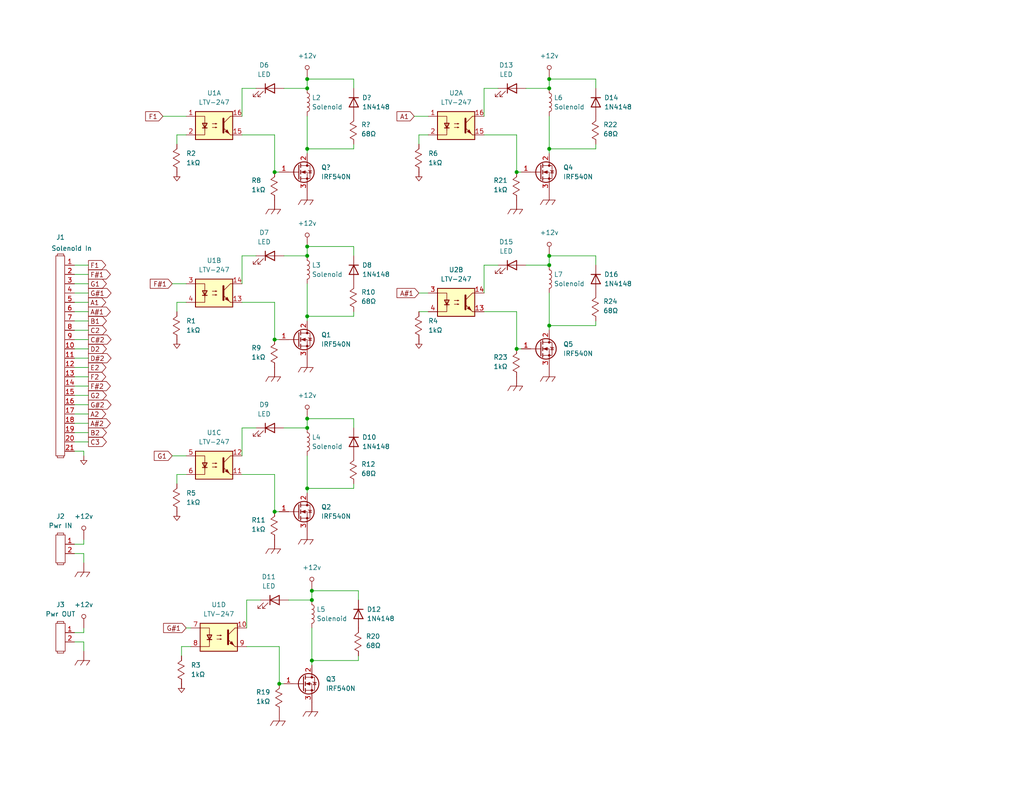
<source format=kicad_sch>
(kicad_sch (version 20250114) (generator "eeschema") (generator_version "9.0")
  (paper "A")
  (title_block (title "Fretting Solenoid Breakout") (date "2025-03-10") (rev "A"))
  (junction (at 85.09 180.34))
  (junction (at 83.82 69.85))
  (junction (at 83.82 67.31))
  (junction (at 149.86 40.64))
  (junction (at 149.86 72.39))
  (junction (at 83.82 21.59))
  (junction (at 149.86 21.59))
  (junction (at 83.82 86.36))
  (junction (at 83.82 40.64))
  (junction (at 74.93 92.71))
  (junction (at 140.97 46.99))
  (junction (at 85.09 163.83))
  (junction (at 149.86 88.9))
  (junction (at 83.82 24.13))
  (junction (at 149.86 24.13))
  (junction (at 76.2 186.69))
  (junction (at 85.09 161.29))
  (junction (at 83.82 114.3))
  (junction (at 74.93 139.7))
  (junction (at 83.82 133.35))
  (junction (at 140.97 95.25))
  (junction (at 74.93 46.99))
  (junction (at 149.86 69.85))
  (junction (at 83.82 116.84))
  (wire (pts (xy 377.19 101.6) (xy 374.65 101.6)))
  (wire (pts (xy 438.15 101.6) (xy 438.15 104.14)))
  (wire (pts (xy 140.97 95.25) (xy 142.24 95.25)))
  (wire (pts (xy 20.32 123.19) (xy 22.86 123.19)))
  (wire (pts (xy 320.04 194.31) (xy 320.04 196.85)))
  (wire (pts (xy 20.32 110.49) (xy 24.13 110.49)))
  (wire (pts (xy 20.32 115.57) (xy 24.13 115.57)))
  (wire (pts (xy 83.82 21.59) (xy 96.52 21.59)))
  (wire (pts (xy 44.45 31.75) (xy 50.8 31.75)))
  (wire (pts (xy 162.56 88.9) (xy 162.56 87.63)))
  (wire (pts (xy 149.86 90.17) (xy 149.86 88.9)))
  (wire (pts (xy 85.09 180.34) (xy 85.09 171.45)))
  (wire (pts (xy 20.32 97.79) (xy 24.13 97.79)))
  (wire (pts (xy 77.47 24.13) (xy 83.82 24.13)))
  (wire (pts (xy 83.82 114.3) (xy 83.82 116.84)))
  (wire (pts (xy 83.82 114.3) (xy 96.52 114.3)))
  (wire (pts (xy 48.26 36.83) (xy 48.26 39.37)))
  (wire (pts (xy 332.74 33.02) (xy 335.28 33.02)))
  (wire (pts (xy 96.52 116.84) (xy 96.52 114.3)))
  (wire (pts (xy 441.96 135.89) (xy 439.42 135.89)))
  (wire (pts (xy 322.58 130.81) (xy 320.04 130.81)))
  (wire (pts (xy 78.74 163.83) (xy 85.09 163.83)))
  (wire (pts (xy 321.31 64.77) (xy 323.85 64.77)))
  (wire (pts (xy 46.99 77.47) (xy 50.8 77.47)))
  (wire (pts (xy 132.08 72.39) (xy 132.08 80.01)))
  (wire (pts (xy 132.08 24.13) (xy 132.08 31.75)))
  (wire (pts (xy 162.56 24.13) (xy 162.56 21.59)))
  (wire (pts (xy 85.09 161.29) (xy 97.79 161.29)))
  (wire (pts (xy 67.31 163.83) (xy 67.31 171.45)))
  (wire (pts (xy 323.85 69.85) (xy 321.31 69.85)))
  (wire (pts (xy 96.52 69.85) (xy 96.52 67.31)))
  (wire (pts (xy 85.09 180.34) (xy 97.79 180.34)))
  (wire (pts (xy 50.8 36.83) (xy 48.26 36.83)))
  (wire (pts (xy 114.3 80.01) (xy 116.84 80.01)))
  (wire (pts (xy 140.97 46.99) (xy 142.24 46.99)))
  (wire (pts (xy 317.5 158.75) (xy 322.58 158.75)))
  (wire (pts (xy 20.32 92.71) (xy 24.13 92.71)))
  (wire (pts (xy 114.3 36.83) (xy 114.3 39.37)))
  (wire (pts (xy 83.82 67.31) (xy 96.52 67.31)))
  (wire (pts (xy 143.51 72.39) (xy 149.86 72.39)))
  (wire (pts (xy 374.65 134.62) (xy 374.65 137.16)))
  (wire (pts (xy 69.85 116.84) (xy 66.04 116.84)))
  (wire (pts (xy 66.04 129.54) (xy 74.93 129.54)))
  (wire (pts (xy 20.32 87.63) (xy 24.13 87.63)))
  (wire (pts (xy 96.52 40.64) (xy 96.52 39.37)))
  (wire (pts (xy 52.07 176.53) (xy 49.53 176.53)))
  (wire (pts (xy 440.69 101.6) (xy 438.15 101.6)))
  (wire (pts (xy 20.32 82.55) (xy 24.13 82.55)))
  (wire (pts (xy 22.86 175.26) (xy 22.86 177.8)))
  (wire (pts (xy 149.86 21.59) (xy 162.56 21.59)))
  (wire (pts (xy 20.32 100.33) (xy 24.13 100.33)))
  (wire (pts (xy 149.86 40.64) (xy 149.86 31.75)))
  (wire (pts (xy 149.86 69.85) (xy 149.86 72.39)))
  (wire (pts (xy 20.32 105.41) (xy 24.13 105.41)))
  (wire (pts (xy 321.31 189.23) (xy 322.58 189.23)))
  (wire (pts (xy 74.93 36.83) (xy 74.93 46.99)))
  (wire (pts (xy 96.52 86.36) (xy 96.52 85.09)))
  (wire (pts (xy 323.85 100.33) (xy 321.31 100.33)))
  (wire (pts (xy 96.52 133.35) (xy 96.52 132.08)))
  (wire (pts (xy 438.15 34.29) (xy 440.69 34.29)))
  (wire (pts (xy 20.32 120.65) (xy 24.13 120.65)))
  (wire (pts (xy 74.93 82.55) (xy 74.93 92.71)))
  (wire (pts (xy 74.93 139.7) (xy 76.2 139.7)))
  (wire (pts (xy 77.47 69.85) (xy 83.82 69.85)))
  (wire (pts (xy 96.52 24.13) (xy 96.52 21.59)))
  (wire (pts (xy 440.69 39.37) (xy 438.15 39.37)))
  (wire (pts (xy 335.28 38.1) (xy 332.74 38.1)))
  (wire (pts (xy 83.82 86.36) (xy 96.52 86.36)))
  (wire (pts (xy 74.93 92.71) (xy 76.2 92.71)))
  (wire (pts (xy 48.26 129.54) (xy 48.26 132.08)))
  (wire (pts (xy 114.3 85.09) (xy 116.84 85.09)))
  (wire (pts (xy 321.31 100.33) (xy 321.31 102.87)))
  (wire (pts (xy 50.8 129.54) (xy 48.26 129.54)))
  (wire (pts (xy 66.04 82.55) (xy 74.93 82.55)))
  (wire (pts (xy 322.58 194.31) (xy 320.04 194.31)))
  (wire (pts (xy 85.09 161.29) (xy 85.09 163.83)))
  (wire (pts (xy 322.58 163.83) (xy 320.04 163.83)))
  (wire (pts (xy 149.86 88.9) (xy 149.86 80.01)))
  (wire (pts (xy 20.32 77.47) (xy 24.13 77.47)))
  (wire (pts (xy 375.92 129.54) (xy 377.19 129.54)))
  (wire (pts (xy 113.03 31.75) (xy 116.84 31.75)))
  (wire (pts (xy 438.15 71.12) (xy 438.15 73.66)))
  (wire (pts (xy 374.65 34.29) (xy 377.19 34.29)))
  (wire (pts (xy 377.19 71.12) (xy 374.65 71.12)))
  (wire (pts (xy 50.8 171.45) (xy 52.07 171.45)))
  (wire (pts (xy 135.89 72.39) (xy 132.08 72.39)))
  (wire (pts (xy 374.65 71.12) (xy 374.65 73.66)))
  (wire (pts (xy 321.31 69.85) (xy 321.31 72.39)))
  (wire (pts (xy 66.04 69.85) (xy 66.04 77.47)))
  (wire (pts (xy 69.85 24.13) (xy 66.04 24.13)))
  (wire (pts (xy 66.04 24.13) (xy 66.04 31.75)))
  (wire (pts (xy 85.09 181.61) (xy 85.09 180.34)))
  (wire (pts (xy 83.82 87.63) (xy 83.82 86.36)))
  (wire (pts (xy 20.32 113.03) (xy 24.13 113.03)))
  (wire (pts (xy 143.51 24.13) (xy 149.86 24.13)))
  (wire (pts (xy 20.32 85.09) (xy 24.13 85.09)))
  (wire (pts (xy 438.15 130.81) (xy 441.96 130.81)))
  (wire (pts (xy 22.86 123.19) (xy 22.86 124.46)))
  (wire (pts (xy 135.89 24.13) (xy 132.08 24.13)))
  (wire (pts (xy 149.86 41.91) (xy 149.86 40.64)))
  (wire (pts (xy 83.82 133.35) (xy 83.82 124.46)))
  (wire (pts (xy 20.32 74.93) (xy 24.13 74.93)))
  (wire (pts (xy 322.58 95.25) (xy 323.85 95.25)))
  (wire (pts (xy 83.82 41.91) (xy 83.82 40.64)))
  (wire (pts (xy 377.19 134.62) (xy 374.65 134.62)))
  (wire (pts (xy 20.32 175.26) (xy 22.86 175.26)))
  (wire (pts (xy 66.04 36.83) (xy 74.93 36.83)))
  (wire (pts (xy 374.65 101.6) (xy 374.65 104.14)))
  (wire (pts (xy 149.86 88.9) (xy 162.56 88.9)))
  (wire (pts (xy 46.99 124.46) (xy 50.8 124.46)))
  (wire (pts (xy 320.04 130.81) (xy 320.04 133.35)))
  (wire (pts (xy 83.82 134.62) (xy 83.82 133.35)))
  (wire (pts (xy 20.32 72.39) (xy 24.13 72.39)))
  (wire (pts (xy 69.85 69.85) (xy 66.04 69.85)))
  (wire (pts (xy 132.08 85.09) (xy 140.97 85.09)))
  (wire (pts (xy 149.86 69.85) (xy 162.56 69.85)))
  (wire (pts (xy 76.2 186.69) (xy 77.47 186.69)))
  (wire (pts (xy 77.47 116.84) (xy 83.82 116.84)))
  (wire (pts (xy 67.31 176.53) (xy 76.2 176.53)))
  (wire (pts (xy 20.32 118.11) (xy 24.13 118.11)))
  (wire (pts (xy 149.86 40.64) (xy 162.56 40.64)))
  (wire (pts (xy 48.26 82.55) (xy 48.26 85.09)))
  (wire (pts (xy 22.86 151.13) (xy 22.86 153.67)))
  (wire (pts (xy 83.82 40.64) (xy 83.82 31.75)))
  (wire (pts (xy 20.32 151.13) (xy 22.86 151.13)))
  (wire (pts (xy 20.32 102.87) (xy 24.13 102.87)))
  (wire (pts (xy 22.86 148.59) (xy 22.86 147.32)))
  (wire (pts (xy 320.04 163.83) (xy 320.04 166.37)))
  (wire (pts (xy 74.93 129.54) (xy 74.93 139.7)))
  (wire (pts (xy 83.82 133.35) (xy 96.52 133.35)))
  (wire (pts (xy 71.12 163.83) (xy 67.31 163.83)))
  (wire (pts (xy 20.32 80.01) (xy 24.13 80.01)))
  (wire (pts (xy 132.08 36.83) (xy 140.97 36.83)))
  (wire (pts (xy 439.42 66.04) (xy 440.69 66.04)))
  (wire (pts (xy 162.56 72.39) (xy 162.56 69.85)))
  (wire (pts (xy 83.82 86.36) (xy 83.82 77.47)))
  (wire (pts (xy 83.82 21.59) (xy 83.82 24.13)))
  (wire (pts (xy 140.97 36.83) (xy 140.97 46.99)))
  (wire (pts (xy 438.15 96.52) (xy 440.69 96.52)))
  (wire (pts (xy 20.32 148.59) (xy 22.86 148.59)))
  (wire (pts (xy 374.65 39.37) (xy 374.65 41.91)))
  (wire (pts (xy 149.86 21.59) (xy 149.86 24.13)))
  (wire (pts (xy 20.32 107.95) (xy 24.13 107.95)))
  (wire (pts (xy 439.42 135.89) (xy 439.42 138.43)))
  (wire (pts (xy 22.86 172.72) (xy 22.86 171.45)))
  (wire (pts (xy 116.84 36.83) (xy 114.3 36.83)))
  (wire (pts (xy 20.32 95.25) (xy 24.13 95.25)))
  (wire (pts (xy 66.04 116.84) (xy 66.04 124.46)))
  (wire (pts (xy 438.15 39.37) (xy 438.15 41.91)))
  (wire (pts (xy 140.97 85.09) (xy 140.97 95.25)))
  (wire (pts (xy 20.32 172.72) (xy 22.86 172.72)))
  (wire (pts (xy 49.53 176.53) (xy 49.53 179.07)))
  (wire (pts (xy 375.92 66.04) (xy 377.19 66.04)))
  (wire (pts (xy 97.79 163.83) (xy 97.79 161.29)))
  (wire (pts (xy 377.19 39.37) (xy 374.65 39.37)))
  (wire (pts (xy 50.8 82.55) (xy 48.26 82.55)))
  (wire (pts (xy 20.32 90.17) (xy 24.13 90.17)))
  (wire (pts (xy 97.79 180.34) (xy 97.79 179.07)))
  (wire (pts (xy 374.65 96.52) (xy 377.19 96.52)))
  (wire (pts (xy 76.2 176.53) (xy 76.2 186.69)))
  (wire (pts (xy 321.31 125.73) (xy 322.58 125.73)))
  (wire (pts (xy 83.82 40.64) (xy 96.52 40.64)))
  (wire (pts (xy 83.82 67.31) (xy 83.82 69.85)))
  (wire (pts (xy 74.93 46.99) (xy 76.2 46.99)))
  (wire (pts (xy 332.74 38.1) (xy 332.74 40.64)))
  (wire (pts (xy 440.69 71.12) (xy 438.15 71.12)))
  (wire (pts (xy 162.56 40.64) (xy 162.56 39.37)))
  (global_label "A#1" (shape output) (at 24.13 85.09 0) (property "Intersheetrefs" "${INTERSHEET_REFS}" (effects (hide yes))))
  (global_label "C3" (shape input) (at 438.15 130.81 180) (property "Intersheetrefs" "${INTERSHEET_REFS}" (effects (hide yes))))
  (global_label "D2" (shape output) (at 24.13 95.25 0) (property "Intersheetrefs" "${INTERSHEET_REFS}" (effects (hide yes))))
  (global_label "G#2" (shape input) (at 375.92 129.54 180) (property "Intersheetrefs" "${INTERSHEET_REFS}" (effects (hide yes))))
  (global_label "B1" (shape input) (at 332.74 33.02 180) (property "Intersheetrefs" "${INTERSHEET_REFS}" (effects (hide yes))))
  (global_label "G1" (shape output) (at 24.13 77.47 0) (property "Intersheetrefs" "${INTERSHEET_REFS}" (effects (hide yes))))
  (global_label "C#2" (shape input) (at 322.58 95.25 180) (property "Intersheetrefs" "${INTERSHEET_REFS}" (effects (hide yes))))
  (global_label "F#1" (shape output) (at 24.13 74.93 0) (property "Intersheetrefs" "${INTERSHEET_REFS}" (effects (hide yes))))
  (global_label "A2" (shape output) (at 24.13 113.03 0) (property "Intersheetrefs" "${INTERSHEET_REFS}" (effects (hide yes))))
  (global_label "F2" (shape output) (at 24.13 102.87 0) (property "Intersheetrefs" "${INTERSHEET_REFS}" (effects (hide yes))))
  (global_label "G#2" (shape output) (at 24.13 110.49 0) (property "Intersheetrefs" "${INTERSHEET_REFS}" (effects (hide yes))))
  (global_label "F2" (shape input) (at 374.65 34.29 180) (property "Intersheetrefs" "${INTERSHEET_REFS}" (effects (hide yes))))
  (global_label "C#2" (shape output) (at 24.13 92.71 0) (property "Intersheetrefs" "${INTERSHEET_REFS}" (effects (hide yes))))
  (global_label "B2" (shape input) (at 438.15 96.52 180) (property "Intersheetrefs" "${INTERSHEET_REFS}" (effects (hide yes))))
  (global_label "C2" (shape output) (at 24.13 90.17 0) (property "Intersheetrefs" "${INTERSHEET_REFS}" (effects (hide yes))))
  (global_label "G2" (shape input) (at 374.65 96.52 180) (property "Intersheetrefs" "${INTERSHEET_REFS}" (effects (hide yes))))
  (global_label "F#1" (shape input) (at 46.99 77.47 180) (property "Intersheetrefs" "${INTERSHEET_REFS}" (effects (hide yes))))
  (global_label "D#2" (shape input) (at 317.5 158.75 180) (property "Intersheetrefs" "${INTERSHEET_REFS}" (effects (hide yes))))
  (global_label "G#1" (shape output) (at 24.13 80.01 0) (property "Intersheetrefs" "${INTERSHEET_REFS}" (effects (hide yes))))
  (global_label "A1" (shape output) (at 24.13 82.55 0) (property "Intersheetrefs" "${INTERSHEET_REFS}" (effects (hide yes))))
  (global_label "A1" (shape input) (at 113.03 31.75 180) (property "Intersheetrefs" "${INTERSHEET_REFS}" (effects (hide yes))))
  (global_label "E2" (shape input) (at 321.31 189.23 180) (property "Intersheetrefs" "${INTERSHEET_REFS}" (effects (hide yes))))
  (global_label "G2" (shape output) (at 24.13 107.95 0) (property "Intersheetrefs" "${INTERSHEET_REFS}" (effects (hide yes))))
  (global_label "F#2" (shape input) (at 375.92 66.04 180) (property "Intersheetrefs" "${INTERSHEET_REFS}" (effects (hide yes))))
  (global_label "A#2" (shape input) (at 439.42 66.04 180) (property "Intersheetrefs" "${INTERSHEET_REFS}" (effects (hide yes))))
  (global_label "E2" (shape output) (at 24.13 100.33 0) (property "Intersheetrefs" "${INTERSHEET_REFS}" (effects (hide yes))))
  (global_label "F1" (shape input) (at 44.45 31.75 180) (property "Intersheetrefs" "${INTERSHEET_REFS}" (effects (hide yes))))
  (global_label "C2" (shape input) (at 321.31 64.77 180) (property "Intersheetrefs" "${INTERSHEET_REFS}" (effects (hide yes))))
  (global_label "B2" (shape output) (at 24.13 118.11 0) (property "Intersheetrefs" "${INTERSHEET_REFS}" (effects (hide yes))))
  (global_label "A2" (shape input) (at 438.15 34.29 180) (property "Intersheetrefs" "${INTERSHEET_REFS}" (effects (hide yes))))
  (global_label "A#2" (shape output) (at 24.13 115.57 0) (property "Intersheetrefs" "${INTERSHEET_REFS}" (effects (hide yes))))
  (global_label "F#2" (shape output) (at 24.13 105.41 0) (property "Intersheetrefs" "${INTERSHEET_REFS}" (effects (hide yes))))
  (global_label "C3" (shape output) (at 24.13 120.65 0) (property "Intersheetrefs" "${INTERSHEET_REFS}" (effects (hide yes))))
  (global_label "F1" (shape output) (at 24.13 72.39 0) (property "Intersheetrefs" "${INTERSHEET_REFS}" (effects (hide yes))))
  (global_label "B1" (shape output) (at 24.13 87.63 0) (property "Intersheetrefs" "${INTERSHEET_REFS}" (effects (hide yes))))
  (global_label "D#2" (shape output) (at 24.13 97.79 0) (property "Intersheetrefs" "${INTERSHEET_REFS}" (effects (hide yes))))
  (global_label "G#1" (shape input) (at 50.8 171.45 180) (property "Intersheetrefs" "${INTERSHEET_REFS}" (effects (hide yes))))
  (global_label "A#1" (shape input) (at 114.3 80.01 180) (property "Intersheetrefs" "${INTERSHEET_REFS}" (effects (hide yes))))
  (global_label "G1" (shape input) (at 46.99 124.46 180) (property "Intersheetrefs" "${INTERSHEET_REFS}" (effects (hide yes))))
  (global_label "D2" (shape input) (at 321.31 125.73 180) (property "Intersheetrefs" "${INTERSHEET_REFS}" (effects (hide yes))))
  (symbol (lib_id "Custom Power:GND") (at 48.26 46.99 0) (unit 1) (in_bom no) (on_board no)
    (property "Reference" "#PWR04" (effects (hide yes)))
    (property "Value" "GND" (effects (hide yes)))
  )
  (symbol (lib_id "Isolator:LTV-247") (at 384.81 132.08 0) (unit 4)
    (property "Reference" "U4" (at 384.81 123.19 0))
    (property "Value" "LTV-247" (at 384.81 125.73 0))
    (property "Footprint" "Package_SO:SOP-16_4.4x10.4mm_P1.27mm" (effects (hide yes)))
    (property "Datasheet" "http://optoelectronics.liteon.com/upload/download/DS70-2009-0014/LTV-2X7%20sereis%20Mar17.PDF" (effects (hide yes)))
    (property "Description" "DC Quad Optocoupler, Vce 80V, CTR 100-600%, SOP-16" (effects (hide yes)))
  )
  (symbol (lib_id "Custom Power:GND") (at 374.65 49.53 0) (unit 1) (in_bom no) (on_board no)
    (property "Reference" "#PWR038" (effects (hide yes)))
    (property "Value" "GND" (effects (hide yes)))
  )
  (symbol (lib_id "Isolator:LTV-247") (at 124.46 82.55 0) (unit 2)
    (property "Reference" "U2" (at 124.46 73.66 0))
    (property "Value" "LTV-247" (at 124.46 76.2 0))
    (property "Footprint" "Package_SO:SOP-16_4.4x10.4mm_P1.27mm" (effects (hide yes)))
    (property "Datasheet" "http://optoelectronics.liteon.com/upload/download/DS70-2009-0014/LTV-2X7%20sereis%20Mar17.PDF" (effects (hide yes)))
    (property "Description" "DC Quad Optocoupler, Vce 80V, CTR 100-600%, SOP-16" (effects (hide yes)))
  )
  (symbol (lib_id "Custom Power:GND") (at 438.15 111.76 0) (unit 1) (in_bom no) (on_board no)
    (property "Reference" "#PWR052" (effects (hide yes)))
    (property "Value" "GND" (effects (hide yes)))
  )
  (symbol (lib_id "Custom Power:Chassis_GND") (at 76.2 194.31 0) (unit 1) (in_bom no) (on_board no)
    (property "Reference" "#PWR070" (effects (hide yes)))
    (property "Value" "Chassis_GND" (effects (hide yes)))
  )
  (symbol (lib_id "Owen's Symbols:Resistor_Mod") (at 438.15 45.72 90) (unit 1)
    (property "Reference" "R33" (at 440.69 44.4499 90) (effects (justify right)))
    (property "Value" "1kΩ" (at 440.69 46.9899 90) (effects (justify right)))
    (property "Footprint" "Resistor_SMD:R_0805_2012Metric_Pad1.20x1.40mm_HandSolder" (effects (hide yes)))
  )
  (symbol (lib_id "Device:LED") (at 73.66 116.84 0) (unit 1)
    (property "Reference" "D9" (at 72.0725 110.49 0))
    (property "Value" "LED" (at 72.0725 113.03 0))
    (property "Footprint" "LED_SMD:LED_0805_2012Metric_Pad1.15x1.40mm_HandSolder" (effects (hide yes)))
    (property "Description" "Light emitting diode" (effects (hide yes)))
  )
  (symbol (lib_id "Diode:1N4148") (at 97.79 167.64 270) (unit 1)
    (property "Reference" "D12" (at 100.076 166.37 90) (effects (justify left)))
    (property "Value" "1N4148" (at 100.076 168.91 90) (effects (justify left)))
    (property "Footprint" "Diode_THT:D_DO-35_SOD27_P7.62mm_Horizontal" (effects (hide yes)))
    (property "Datasheet" "https://assets.nexperia.com/documents/data-sheet/1N4148_1N4448.pdf" (effects (hide yes)))
    (property "Description" "100V 0.15A standard switching diode, DO-35" (effects (hide yes)))
    (property "Sim.Device" "D" (effects (hide yes)))
    (property "Sim.Pins" "1=K 2=A" (effects (hide yes)))
  )
  (symbol (lib_id "Custom Power:GND") (at 374.65 81.28 0) (unit 1) (in_bom no) (on_board no)
    (property "Reference" "#PWR039" (effects (hide yes)))
    (property "Value" "GND" (effects (hide yes)))
  )
  (symbol (lib_id "Isolator:LTV-247") (at 384.81 99.06 0) (unit 3)
    (property "Reference" "U4" (at 384.81 90.17 0))
    (property "Value" "LTV-247" (at 384.81 92.71 0))
    (property "Footprint" "Package_SO:SOP-16_4.4x10.4mm_P1.27mm" (effects (hide yes)))
    (property "Datasheet" "http://optoelectronics.liteon.com/upload/download/DS70-2009-0014/LTV-2X7%20sereis%20Mar17.PDF" (effects (hide yes)))
    (property "Description" "DC Quad Optocoupler, Vce 80V, CTR 100-600%, SOP-16" (effects (hide yes)))
  )
  (symbol (lib_id "Transistor_FET:IRF540N") (at 81.28 46.99 0) (unit 1)
    (property "Reference" "Q?" (at 87.63 45.7199 0) (effects (justify left)))
    (property "Value" "IRF540N" (at 87.63 48.2599 0) (effects (justify left)))
    (property "Footprint" "Package_TO_SOT_THT:TO-220-3_Vertical" (effects (hide yes)))
    (property "Datasheet" "http://www.irf.com/product-info/datasheets/data/irf540n.pdf" (effects (hide yes)))
    (property "Description" "33A Id, 100V Vds, HEXFET N-Channel MOSFET, TO-220" (effects (hide yes)))
  )
  (symbol (lib_id "Isolator:LTV-247") (at 124.46 34.29 0) (unit 1)
    (property "Reference" "U2" (at 124.46 25.4 0))
    (property "Value" "LTV-247" (at 124.46 27.94 0))
    (property "Footprint" "Package_SO:SOP-16_4.4x10.4mm_P1.27mm" (effects (hide yes)))
    (property "Datasheet" "http://optoelectronics.liteon.com/upload/download/DS70-2009-0014/LTV-2X7%20sereis%20Mar17.PDF" (effects (hide yes)))
    (property "Description" "DC Quad Optocoupler, Vce 80V, CTR 100-600%, SOP-16" (effects (hide yes)))
  )
  (symbol (lib_id "Isolator:LTV-247") (at 448.31 68.58 0) (unit 2)
    (property "Reference" "U5" (at 448.31 59.69 0))
    (property "Value" "LTV-247" (at 448.31 62.23 0))
    (property "Footprint" "Package_SO:SOP-16_4.4x10.4mm_P1.27mm" (effects (hide yes)))
    (property "Datasheet" "http://optoelectronics.liteon.com/upload/download/DS70-2009-0014/LTV-2X7%20sereis%20Mar17.PDF" (effects (hide yes)))
    (property "Description" "DC Quad Optocoupler, Vce 80V, CTR 100-600%, SOP-16" (effects (hide yes)))
  )
  (symbol (lib_id "Transistor_FET:IRF540N") (at 147.32 46.99 0) (unit 1)
    (property "Reference" "Q4" (at 153.67 45.7199 0) (effects (justify left)))
    (property "Value" "IRF540N" (at 153.67 48.2599 0) (effects (justify left)))
    (property "Footprint" "Package_TO_SOT_THT:TO-220-3_Vertical" (effects (hide yes)))
    (property "Datasheet" "http://www.irf.com/product-info/datasheets/data/irf540n.pdf" (effects (hide yes)))
    (property "Description" "33A Id, 100V Vds, HEXFET N-Channel MOSFET, TO-220" (effects (hide yes)))
  )
  (symbol (lib_id "Owen's Symbols:Resistor_Mod") (at 438.15 107.95 90) (unit 1)
    (property "Reference" "R35" (at 440.69 106.6799 90) (effects (justify right)))
    (property "Value" "1kΩ" (at 440.69 109.2199 90) (effects (justify right)))
    (property "Footprint" "Resistor_SMD:R_0805_2012Metric_Pad1.20x1.40mm_HandSolder" (effects (hide yes)))
  )
  (symbol (lib_id "Isolator:LTV-247") (at 58.42 34.29 0) (unit 1)
    (property "Reference" "U1" (at 58.42 25.4 0))
    (property "Value" "LTV-247" (at 58.42 27.94 0))
    (property "Footprint" "Package_SO:SOP-16_4.4x10.4mm_P1.27mm" (effects (hide yes)))
    (property "Datasheet" "http://optoelectronics.liteon.com/upload/download/DS70-2009-0014/LTV-2X7%20sereis%20Mar17.PDF" (effects (hide yes)))
    (property "Description" "DC Quad Optocoupler, Vce 80V, CTR 100-600%, SOP-16" (effects (hide yes)))
  )
  (symbol (lib_id "Isolator:LTV-247") (at 330.2 161.29 0) (unit 3)
    (property "Reference" "U3" (at 330.2 152.4 0))
    (property "Value" "LTV-247" (at 330.2 154.94 0))
    (property "Footprint" "Package_SO:SOP-16_4.4x10.4mm_P1.27mm" (effects (hide yes)))
    (property "Datasheet" "http://optoelectronics.liteon.com/upload/download/DS70-2009-0014/LTV-2X7%20sereis%20Mar17.PDF" (effects (hide yes)))
    (property "Description" "DC Quad Optocoupler, Vce 80V, CTR 100-600%, SOP-16" (effects (hide yes)))
  )
  (symbol (lib_id "Isolator:LTV-247") (at 59.69 173.99 0) (unit 4)
    (property "Reference" "U1" (at 59.69 165.1 0))
    (property "Value" "LTV-247" (at 59.69 167.64 0))
    (property "Footprint" "Package_SO:SOP-16_4.4x10.4mm_P1.27mm" (effects (hide yes)))
    (property "Datasheet" "http://optoelectronics.liteon.com/upload/download/DS70-2009-0014/LTV-2X7%20sereis%20Mar17.PDF" (effects (hide yes)))
    (property "Description" "DC Quad Optocoupler, Vce 80V, CTR 100-600%, SOP-16" (effects (hide yes)))
  )
  (symbol (lib_id "Custom Power:GND") (at 438.15 81.28 0) (unit 1) (in_bom no) (on_board no)
    (property "Reference" "#PWR051" (effects (hide yes)))
    (property "Value" "GND" (effects (hide yes)))
  )
  (symbol (lib_id "Custom Power:Chassis_GND") (at 149.86 100.33 0) (unit 1) (in_bom no) (on_board no)
    (property "Reference" "#PWR027" (effects (hide yes)))
    (property "Value" "Chassis_GND" (effects (hide yes)))
  )
  (symbol (lib_id "Device:L") (at 149.86 76.2 0) (unit 1)
    (property "Reference" "L7" (at 151.13 74.9299 0) (effects (justify left)))
    (property "Value" "Solenoid" (at 151.13 77.4699 0) (effects (justify left)))
    (property "Footprint" "Connector_PinHeader_2.54mm:PinHeader_1x02_P2.54mm_Vertical" (effects (hide yes)))
    (property "Description" "Inductor" (effects (hide yes)))
  )
  (symbol (lib_id "OF symbols:Resistor_Mod") (at 162.56 35.56 90) (unit 1)
    (property "Reference" "R22" (at 164.592 34.036 90) (effects (justify right)))
    (property "Value" "68Ω" (at 164.592 36.576 90) (effects (justify right)))
  )
  (symbol (lib_id "Custom Power:GND") (at 439.42 146.05 0) (unit 1) (in_bom no) (on_board no)
    (property "Reference" "#PWR053" (effects (hide yes)))
    (property "Value" "GND" (effects (hide yes)))
  )
  (symbol (lib_id "Isolator:LTV-247") (at 384.81 36.83 0) (unit 1)
    (property "Reference" "U4" (at 384.81 27.94 0))
    (property "Value" "LTV-247" (at 384.81 30.48 0))
    (property "Footprint" "Package_SO:SOP-16_4.4x10.4mm_P1.27mm" (effects (hide yes)))
    (property "Datasheet" "http://optoelectronics.liteon.com/upload/download/DS70-2009-0014/LTV-2X7%20sereis%20Mar17.PDF" (effects (hide yes)))
    (property "Description" "DC Quad Optocoupler, Vce 80V, CTR 100-600%, SOP-16" (effects (hide yes)))
  )
  (symbol (lib_id "Custom Power:+12v") (at 83.82 113.03 0) (unit 1) (in_bom no) (on_board no)
    (property "Reference" "#PWR014" (effects (hide yes)))
    (property "Value" "+12v" (at 83.82 107.95 0))
  )
  (symbol (lib_id "Custom Power:GND") (at 320.04 173.99 0) (unit 1) (in_bom no) (on_board no)
    (property "Reference" "#PWR021" (effects (hide yes)))
    (property "Value" "GND" (effects (hide yes)))
  )
  (symbol (lib_id "Custom Power:Chassis_GND") (at 22.86 177.8 0) (unit 1) (in_bom no) (on_board no)
    (property "Reference" "#PWR065" (effects (hide yes)))
    (property "Value" "Chassis_GND" (effects (hide yes)))
  )
  (symbol (lib_id "Custom Power:GND") (at 48.26 92.71 0) (unit 1) (in_bom no) (on_board no)
    (property "Reference" "#PWR03" (effects (hide yes)))
    (property "Value" "GND" (effects (hide yes)))
  )
  (symbol (lib_id "Device:LED") (at 74.93 163.83 0) (unit 1)
    (property "Reference" "D11" (at 73.3425 157.48 0))
    (property "Value" "LED" (at 73.3425 160.02 0))
    (property "Footprint" "LED_SMD:LED_0805_2012Metric_Pad1.15x1.40mm_HandSolder" (effects (hide yes)))
    (property "Description" "Light emitting diode" (effects (hide yes)))
  )
  (symbol (lib_id "Owen's Symbols:Header_1x2") (at 20.32 172.72 0) (unit 1)
    (property "Reference" "J3" (at 16.51 165.1 0))
    (property "Value" "Pwr OUT" (at 16.51 167.64 0))
    (property "Footprint" "Connector_PinHeader_2.54mm:PinHeader_1x02_P2.54mm_Vertical" (effects (hide yes)))
  )
  (symbol (lib_id "Owen's Symbols:Resistor_Mod") (at 49.53 182.88 90) (unit 1)
    (property "Reference" "R3" (at 52.07 181.6099 90) (effects (justify right)))
    (property "Value" "1kΩ" (at 52.07 184.1499 90) (effects (justify right)))
    (property "Footprint" "Resistor_SMD:R_0805_2012Metric_Pad1.20x1.40mm_HandSolder" (effects (hide yes)))
  )
  (symbol (lib_id "Custom Power:GND") (at 332.74 48.26 0) (unit 1) (in_bom no) (on_board no)
    (property "Reference" "#PWR023" (effects (hide yes)))
    (property "Value" "GND" (effects (hide yes)))
  )
  (symbol (lib_id "Isolator:LTV-247") (at 331.47 67.31 0) (unit 4)
    (property "Reference" "U2" (at 331.47 58.42 0))
    (property "Value" "LTV-247" (at 331.47 60.96 0))
    (property "Footprint" "Package_SO:SOP-16_4.4x10.4mm_P1.27mm" (effects (hide yes)))
    (property "Datasheet" "http://optoelectronics.liteon.com/upload/download/DS70-2009-0014/LTV-2X7%20sereis%20Mar17.PDF" (effects (hide yes)))
    (property "Description" "DC Quad Optocoupler, Vce 80V, CTR 100-600%, SOP-16" (effects (hide yes)))
  )
  (symbol (lib_id "Diode:1N4148") (at 96.52 120.65 270) (unit 1)
    (property "Reference" "D10" (at 98.806 119.38 90) (effects (justify left)))
    (property "Value" "1N4148" (at 98.806 121.92 90) (effects (justify left)))
    (property "Footprint" "Diode_THT:D_DO-35_SOD27_P7.62mm_Horizontal" (effects (hide yes)))
    (property "Datasheet" "https://assets.nexperia.com/documents/data-sheet/1N4148_1N4448.pdf" (effects (hide yes)))
    (property "Description" "100V 0.15A standard switching diode, DO-35" (effects (hide yes)))
    (property "Sim.Device" "D" (effects (hide yes)))
    (property "Sim.Pins" "1=K 2=A" (effects (hide yes)))
  )
  (symbol (lib_id "Custom Power:GND") (at 321.31 110.49 0) (unit 1) (in_bom no) (on_board no)
    (property "Reference" "#PWR025" (effects (hide yes)))
    (property "Value" "GND" (effects (hide yes)))
  )
  (symbol (lib_id "Transistor_FET:IRF540N") (at 81.28 92.71 0) (unit 1)
    (property "Reference" "Q1" (at 87.63 91.4399 0) (effects (justify left)))
    (property "Value" "IRF540N" (at 87.63 93.9799 0) (effects (justify left)))
    (property "Footprint" "Package_TO_SOT_THT:TO-220-3_Vertical" (effects (hide yes)))
    (property "Datasheet" "http://www.irf.com/product-info/datasheets/data/irf540n.pdf" (effects (hide yes)))
    (property "Description" "33A Id, 100V Vds, HEXFET N-Channel MOSFET, TO-220" (effects (hide yes)))
  )
  (symbol (lib_id "Custom Power:+12v") (at 83.82 20.32 0) (unit 1) (in_bom no) (on_board no)
    (property "Reference" "#PWR010" (effects (hide yes)))
    (property "Value" "+12v" (at 83.82 15.24 0))
  )
  (symbol (lib_id "Custom Symbols:Resistor_Mod") (at 74.93 96.52 90) (unit 1)
    (property "Reference" "R9" (at 68.58 94.996 90) (effects (justify right)))
    (property "Value" "1kΩ" (at 68.58 97.536 90) (effects (justify right)))
    (property "Footprint" "Resistor_SMD:R_0805_2012Metric_Pad1.20x1.40mm_HandSolder" (effects (hide yes)))
  )
  (symbol (lib_id "Diode:1N4148") (at 96.52 73.66 270) (unit 1)
    (property "Reference" "D8" (at 98.806 72.39 90) (effects (justify left)))
    (property "Value" "1N4148" (at 98.806 74.93 90) (effects (justify left)))
    (property "Footprint" "Diode_THT:D_DO-35_SOD27_P7.62mm_Horizontal" (effects (hide yes)))
    (property "Datasheet" "https://assets.nexperia.com/documents/data-sheet/1N4148_1N4448.pdf" (effects (hide yes)))
    (property "Description" "100V 0.15A standard switching diode, DO-35" (effects (hide yes)))
    (property "Sim.Device" "D" (effects (hide yes)))
    (property "Sim.Pins" "1=K 2=A" (effects (hide yes)))
  )
  (symbol (lib_id "Transistor_FET:IRF540N") (at 147.32 95.25 0) (unit 1)
    (property "Reference" "Q5" (at 153.67 93.9799 0) (effects (justify left)))
    (property "Value" "IRF540N" (at 153.67 96.5199 0) (effects (justify left)))
    (property "Footprint" "Package_TO_SOT_THT:TO-220-3_Vertical" (effects (hide yes)))
    (property "Datasheet" "http://www.irf.com/product-info/datasheets/data/irf540n.pdf" (effects (hide yes)))
    (property "Description" "33A Id, 100V Vds, HEXFET N-Channel MOSFET, TO-220" (effects (hide yes)))
  )
  (symbol (lib_id "Isolator:LTV-247") (at 448.31 36.83 0) (unit 1)
    (property "Reference" "U5" (at 448.31 27.94 0))
    (property "Value" "LTV-247" (at 448.31 30.48 0))
    (property "Footprint" "Package_SO:SOP-16_4.4x10.4mm_P1.27mm" (effects (hide yes)))
    (property "Datasheet" "http://optoelectronics.liteon.com/upload/download/DS70-2009-0014/LTV-2X7%20sereis%20Mar17.PDF" (effects (hide yes)))
    (property "Description" "DC Quad Optocoupler, Vce 80V, CTR 100-600%, SOP-16" (effects (hide yes)))
  )
  (symbol (lib_id "Device:LED") (at 73.66 69.85 0) (unit 1)
    (property "Reference" "D7" (at 72.0725 63.5 0))
    (property "Value" "LED" (at 72.0725 66.04 0))
    (property "Footprint" "LED_SMD:LED_0805_2012Metric_Pad1.15x1.40mm_HandSolder" (effects (hide yes)))
    (property "Description" "Light emitting diode" (effects (hide yes)))
  )
  (symbol (lib_id "Owen's Symbols:Resistor_Mod") (at 320.04 170.18 90) (unit 1)
    (property "Reference" "R14" (at 322.58 168.9099 90) (effects (justify right)))
    (property "Value" "1kΩ" (at 322.58 171.4499 90) (effects (justify right)))
    (property "Footprint" "Resistor_SMD:R_0805_2012Metric_Pad1.20x1.40mm_HandSolder" (effects (hide yes)))
  )
  (symbol (lib_id "Custom Power:Chassis_GND") (at 85.09 191.77 0) (unit 1) (in_bom no) (on_board no)
    (property "Reference" "#PWR017" (effects (hide yes)))
    (property "Value" "Chassis_GND" (effects (hide yes)))
  )
  (symbol (lib_id "Owen's Symbols:Resistor_Mod") (at 320.04 200.66 90) (unit 1)
    (property "Reference" "R15" (at 322.58 199.3899 90) (effects (justify right)))
    (property "Value" "1kΩ" (at 322.58 201.9299 90) (effects (justify right)))
    (property "Footprint" "Resistor_SMD:R_0805_2012Metric_Pad1.20x1.40mm_HandSolder" (effects (hide yes)))
  )
  (symbol (lib_id "Custom Power:GND") (at 114.3 92.71 0) (unit 1) (in_bom no) (on_board no)
    (property "Reference" "#PWR02" (effects (hide yes)))
    (property "Value" "GND" (effects (hide yes)))
  )
  (symbol (lib_id "Custom Power:Chassis_GND") (at 149.86 52.07 0) (unit 1) (in_bom no) (on_board no)
    (property "Reference" "#PWR019" (effects (hide yes)))
    (property "Value" "Chassis_GND" (effects (hide yes)))
  )
  (symbol (lib_id "Custom Power:GND") (at 320.04 140.97 0) (unit 1) (in_bom no) (on_board no)
    (property "Reference" "#PWR020" (effects (hide yes)))
    (property "Value" "GND" (effects (hide yes)))
  )
  (symbol (lib_id "Owen's Symbols:Resistor_Mod") (at 321.31 106.68 90) (unit 1)
    (property "Reference" "R18" (at 323.85 105.4099 90) (effects (justify right)))
    (property "Value" "1kΩ" (at 323.85 107.9499 90) (effects (justify right)))
    (property "Footprint" "Resistor_SMD:R_0805_2012Metric_Pad1.20x1.40mm_HandSolder" (effects (hide yes)))
  )
  (symbol (lib_id "Owen's Symbols:Resistor_Mod") (at 114.3 88.9 90) (unit 1)
    (property "Reference" "R4" (at 116.84 87.6299 90) (effects (justify right)))
    (property "Value" "1kΩ" (at 116.84 90.1699 90) (effects (justify right)))
    (property "Footprint" "Resistor_SMD:R_0805_2012Metric_Pad1.20x1.40mm_HandSolder" (effects (hide yes)))
  )
  (symbol (lib_id "Isolator:LTV-247") (at 330.2 191.77 0) (unit 4)
    (property "Reference" "U3" (at 330.2 182.88 0))
    (property "Value" "LTV-247" (at 330.2 185.42 0))
    (property "Footprint" "Package_SO:SOP-16_4.4x10.4mm_P1.27mm" (effects (hide yes)))
    (property "Datasheet" "http://optoelectronics.liteon.com/upload/download/DS70-2009-0014/LTV-2X7%20sereis%20Mar17.PDF" (effects (hide yes)))
    (property "Description" "DC Quad Optocoupler, Vce 80V, CTR 100-600%, SOP-16" (effects (hide yes)))
  )
  (symbol (lib_id "Custom Power:Chassis_GND") (at 83.82 144.78 0) (unit 1) (in_bom no) (on_board no)
    (property "Reference" "#PWR015" (effects (hide yes)))
    (property "Value" "Chassis_GND" (effects (hide yes)))
  )
  (symbol (lib_id "OF symbols:Resistor_Mod") (at 96.52 128.27 90) (unit 1)
    (property "Reference" "R12" (at 98.552 126.746 90) (effects (justify right)))
    (property "Value" "68Ω" (at 98.552 129.286 90) (effects (justify right)))
  )
  (symbol (lib_id "Device:L") (at 83.82 73.66 0) (unit 1)
    (property "Reference" "L3" (at 85.09 72.3899 0) (effects (justify left)))
    (property "Value" "Solenoid" (at 85.09 74.9299 0) (effects (justify left)))
    (property "Footprint" "Connector_PinHeader_2.54mm:PinHeader_1x02_P2.54mm_Vertical" (effects (hide yes)))
    (property "Description" "Inductor" (effects (hide yes)))
  )
  (symbol (lib_id "Isolator:LTV-247") (at 342.9 35.56 0) (unit 3)
    (property "Reference" "U2" (at 342.9 26.67 0))
    (property "Value" "LTV-247" (at 342.9 29.21 0))
    (property "Footprint" "Package_SO:SOP-16_4.4x10.4mm_P1.27mm" (effects (hide yes)))
    (property "Datasheet" "http://optoelectronics.liteon.com/upload/download/DS70-2009-0014/LTV-2X7%20sereis%20Mar17.PDF" (effects (hide yes)))
    (property "Description" "DC Quad Optocoupler, Vce 80V, CTR 100-600%, SOP-16" (effects (hide yes)))
  )
  (symbol (lib_id "Owen's Symbols:Resistor_Mod") (at 374.65 45.72 90) (unit 1)
    (property "Reference" "R25" (at 377.19 44.4499 90) (effects (justify right)))
    (property "Value" "1kΩ" (at 377.19 46.9899 90) (effects (justify right)))
    (property "Footprint" "Resistor_SMD:R_0805_2012Metric_Pad1.20x1.40mm_HandSolder" (effects (hide yes)))
  )
  (symbol (lib_id "Owen's Symbols:Resistor_Mod") (at 114.3 43.18 90) (unit 1)
    (property "Reference" "R6" (at 116.84 41.9099 90) (effects (justify right)))
    (property "Value" "1kΩ" (at 116.84 44.4499 90) (effects (justify right)))
    (property "Footprint" "Resistor_SMD:R_0805_2012Metric_Pad1.20x1.40mm_HandSolder" (effects (hide yes)))
  )
  (symbol (lib_id "Custom Power:Chassis_GND") (at 83.82 52.07 0) (unit 1) (in_bom no) (on_board no)
    (property "Reference" "#PWR011" (effects (hide yes)))
    (property "Value" "Chassis_GND" (effects (hide yes)))
  )
  (symbol (lib_id "Custom Power:GND") (at 320.04 204.47 0) (unit 1) (in_bom no) (on_board no)
    (property "Reference" "#PWR022" (effects (hide yes)))
    (property "Value" "GND" (effects (hide yes)))
  )
  (symbol (lib_id "Custom Power:+12v") (at 149.86 20.32 0) (unit 1) (in_bom no) (on_board no)
    (property "Reference" "#PWR018" (effects (hide yes)))
    (property "Value" "+12v" (at 149.86 15.24 0))
  )
  (symbol (lib_id "Transistor_FET:IRF540N") (at 82.55 186.69 0) (unit 1)
    (property "Reference" "Q3" (at 88.9 185.4199 0) (effects (justify left)))
    (property "Value" "IRF540N" (at 88.9 187.9599 0) (effects (justify left)))
    (property "Footprint" "Package_TO_SOT_THT:TO-220-3_Vertical" (effects (hide yes)))
    (property "Datasheet" "http://www.irf.com/product-info/datasheets/data/irf540n.pdf" (effects (hide yes)))
    (property "Description" "33A Id, 100V Vds, HEXFET N-Channel MOSFET, TO-220" (effects (hide yes)))
  )
  (symbol (lib_id "Custom Power:Chassis_GND") (at 140.97 54.61 0) (unit 1) (in_bom no) (on_board no)
    (property "Reference" "#PWR071" (effects (hide yes)))
    (property "Value" "Chassis_GND" (effects (hide yes)))
  )
  (symbol (lib_id "Custom Symbols:Resistor_Mod") (at 74.93 143.51 90) (unit 1)
    (property "Reference" "R11" (at 68.58 141.986 90) (effects (justify right)))
    (property "Value" "1kΩ" (at 68.58 144.526 90) (effects (justify right)))
    (property "Footprint" "Resistor_SMD:R_0805_2012Metric_Pad1.20x1.40mm_HandSolder" (effects (hide yes)))
  )
  (symbol (lib_id "Device:LED") (at 139.7 24.13 0) (unit 1)
    (property "Reference" "D13" (at 138.1125 17.78 0))
    (property "Value" "LED" (at 138.1125 20.32 0))
    (property "Footprint" "LED_SMD:LED_0805_2012Metric_Pad1.15x1.40mm_HandSolder" (effects (hide yes)))
    (property "Description" "Light emitting diode" (effects (hide yes)))
  )
  (symbol (lib_id "Isolator:LTV-247") (at 331.47 97.79 0) (unit 1)
    (property "Reference" "U3" (at 331.47 88.9 0))
    (property "Value" "LTV-247" (at 331.47 91.44 0))
    (property "Footprint" "Package_SO:SOP-16_4.4x10.4mm_P1.27mm" (effects (hide yes)))
    (property "Datasheet" "http://optoelectronics.liteon.com/upload/download/DS70-2009-0014/LTV-2X7%20sereis%20Mar17.PDF" (effects (hide yes)))
    (property "Description" "DC Quad Optocoupler, Vce 80V, CTR 100-600%, SOP-16" (effects (hide yes)))
  )
  (symbol (lib_id "OF symbols:Resistor_Mod") (at 162.56 83.82 90) (unit 1)
    (property "Reference" "R24" (at 164.592 82.296 90) (effects (justify right)))
    (property "Value" "68Ω" (at 164.592 84.836 90) (effects (justify right)))
  )
  (symbol (lib_id "Device:L") (at 83.82 120.65 0) (unit 1)
    (property "Reference" "L4" (at 85.09 119.3799 0) (effects (justify left)))
    (property "Value" "Solenoid" (at 85.09 121.9199 0) (effects (justify left)))
    (property "Footprint" "Connector_PinHeader_2.54mm:PinHeader_1x02_P2.54mm_Vertical" (effects (hide yes)))
    (property "Description" "Inductor" (effects (hide yes)))
  )
  (symbol (lib_id "Device:LED") (at 139.7 72.39 0) (unit 1)
    (property "Reference" "D15" (at 138.1125 66.04 0))
    (property "Value" "LED" (at 138.1125 68.58 0))
    (property "Footprint" "LED_SMD:LED_0805_2012Metric_Pad1.15x1.40mm_HandSolder" (effects (hide yes)))
    (property "Description" "Light emitting diode" (effects (hide yes)))
  )
  (symbol (lib_id "Custom Power:+12v") (at 149.86 68.58 0) (unit 1) (in_bom no) (on_board no)
    (property "Reference" "#PWR026" (effects (hide yes)))
    (property "Value" "+12v" (at 149.86 63.5 0))
  )
  (symbol (lib_id "Isolator:LTV-247") (at 58.42 127 0) (unit 3)
    (property "Reference" "U1" (at 58.42 118.11 0))
    (property "Value" "LTV-247" (at 58.42 120.65 0))
    (property "Footprint" "Package_SO:SOP-16_4.4x10.4mm_P1.27mm" (effects (hide yes)))
    (property "Datasheet" "http://optoelectronics.liteon.com/upload/download/DS70-2009-0014/LTV-2X7%20sereis%20Mar17.PDF" (effects (hide yes)))
    (property "Description" "DC Quad Optocoupler, Vce 80V, CTR 100-600%, SOP-16" (effects (hide yes)))
  )
  (symbol (lib_id "Owen's Symbols:Resistor_Mod") (at 439.42 142.24 90) (unit 1)
    (property "Reference" "R36" (at 441.96 140.9699 90) (effects (justify right)))
    (property "Value" "1kΩ" (at 441.96 143.5099 90) (effects (justify right)))
    (property "Footprint" "Resistor_SMD:R_0805_2012Metric_Pad1.20x1.40mm_HandSolder" (effects (hide yes)))
  )
  (symbol (lib_id "Isolator:LTV-247") (at 384.81 68.58 0) (unit 2)
    (property "Reference" "U4" (at 384.81 59.69 0))
    (property "Value" "LTV-247" (at 384.81 62.23 0))
    (property "Footprint" "Package_SO:SOP-16_4.4x10.4mm_P1.27mm" (effects (hide yes)))
    (property "Datasheet" "http://optoelectronics.liteon.com/upload/download/DS70-2009-0014/LTV-2X7%20sereis%20Mar17.PDF" (effects (hide yes)))
    (property "Description" "DC Quad Optocoupler, Vce 80V, CTR 100-600%, SOP-16" (effects (hide yes)))
  )
  (symbol (lib_id "Custom Symbols:Resistor_Mod") (at 140.97 99.06 90) (unit 1)
    (property "Reference" "R23" (at 134.62 97.536 90) (effects (justify right)))
    (property "Value" "1kΩ" (at 134.62 100.076 90) (effects (justify right)))
    (property "Footprint" "Resistor_SMD:R_0805_2012Metric_Pad1.20x1.40mm_HandSolder" (effects (hide yes)))
  )
  (symbol (lib_id "Device:L") (at 149.86 27.94 0) (unit 1)
    (property "Reference" "L6" (at 151.13 26.6699 0) (effects (justify left)))
    (property "Value" "Solenoid" (at 151.13 29.2099 0) (effects (justify left)))
    (property "Footprint" "Connector_PinHeader_2.54mm:PinHeader_1x02_P2.54mm_Vertical" (effects (hide yes)))
    (property "Description" "Inductor" (effects (hide yes)))
  )
  (symbol (lib_id "OF symbols:Resistor_Mod") (at 96.52 35.56 90) (unit 1)
    (property "Reference" "R?" (at 98.552 34.036 90) (effects (justify right)))
    (property "Value" "68Ω" (at 98.552 36.576 90) (effects (justify right)))
  )
  (symbol (lib_id "Custom Power:+12v") (at 83.82 66.04 0) (unit 1) (in_bom no) (on_board no)
    (property "Reference" "#PWR012" (effects (hide yes)))
    (property "Value" "+12v" (at 83.82 60.96 0))
  )
  (symbol (lib_id "Custom Power:GND") (at 374.65 144.78 0) (unit 1) (in_bom no) (on_board no)
    (property "Reference" "#PWR041" (effects (hide yes)))
    (property "Value" "GND" (effects (hide yes)))
  )
  (symbol (lib_id "Device:L") (at 85.09 167.64 0) (unit 1)
    (property "Reference" "L5" (at 86.36 166.3699 0) (effects (justify left)))
    (property "Value" "Solenoid" (at 86.36 168.9099 0) (effects (justify left)))
    (property "Footprint" "Connector_PinHeader_2.54mm:PinHeader_1x02_P2.54mm_Vertical" (effects (hide yes)))
    (property "Description" "Inductor" (effects (hide yes)))
  )
  (symbol (lib_id "OF symbols:Resistor_Mod") (at 97.79 175.26 90) (unit 1)
    (property "Reference" "R20" (at 99.822 173.736 90) (effects (justify right)))
    (property "Value" "68Ω" (at 99.822 176.276 90) (effects (justify right)))
  )
  (symbol (lib_id "Owen's Symbols:Header_1x2") (at 20.32 148.59 0) (unit 1)
    (property "Reference" "J2" (at 16.51 140.97 0))
    (property "Value" "Pwr IN" (at 16.51 143.51 0))
    (property "Footprint" "Connector_PinHeader_2.54mm:PinHeader_1x02_P2.54mm_Vertical" (effects (hide yes)))
  )
  (symbol (lib_id "Custom Power:GND") (at 438.15 49.53 0) (unit 1) (in_bom no) (on_board no)
    (property "Reference" "#PWR050" (effects (hide yes)))
    (property "Value" "GND" (effects (hide yes)))
  )
  (symbol (lib_id "Custom Power:GND") (at 374.65 111.76 0) (unit 1) (in_bom no) (on_board no)
    (property "Reference" "#PWR040" (effects (hide yes)))
    (property "Value" "GND" (effects (hide yes)))
  )
  (symbol (lib_id "OF symbols:Resistor_Mod") (at 96.52 81.28 90) (unit 1)
    (property "Reference" "R10" (at 98.552 79.756 90) (effects (justify right)))
    (property "Value" "68Ω" (at 98.552 82.296 90) (effects (justify right)))
  )
  (symbol (lib_id "Diode:1N4148") (at 162.56 27.94 270) (unit 1)
    (property "Reference" "D14" (at 164.846 26.67 90) (effects (justify left)))
    (property "Value" "1N4148" (at 164.846 29.21 90) (effects (justify left)))
    (property "Footprint" "Diode_THT:D_DO-35_SOD27_P7.62mm_Horizontal" (effects (hide yes)))
    (property "Datasheet" "https://assets.nexperia.com/documents/data-sheet/1N4148_1N4448.pdf" (effects (hide yes)))
    (property "Description" "100V 0.15A standard switching diode, DO-35" (effects (hide yes)))
    (property "Sim.Device" "D" (effects (hide yes)))
    (property "Sim.Pins" "1=K 2=A" (effects (hide yes)))
  )
  (symbol (lib_id "Isolator:LTV-247") (at 330.2 128.27 0) (unit 2)
    (property "Reference" "U3" (at 330.2 119.38 0))
    (property "Value" "LTV-247" (at 330.2 121.92 0))
    (property "Footprint" "Package_SO:SOP-16_4.4x10.4mm_P1.27mm" (effects (hide yes)))
    (property "Datasheet" "http://optoelectronics.liteon.com/upload/download/DS70-2009-0014/LTV-2X7%20sereis%20Mar17.PDF" (effects (hide yes)))
    (property "Description" "DC Quad Optocoupler, Vce 80V, CTR 100-600%, SOP-16" (effects (hide yes)))
  )
  (symbol (lib_id "Custom Power:GND") (at 22.86 124.46 0) (unit 1) (in_bom no) (on_board no)
    (property "Reference" "#PWR01" (effects (hide yes)))
    (property "Value" "GND" (effects (hide yes)))
  )
  (symbol (lib_id "Custom Symbols:Resistor_Mod") (at 74.93 50.8 90) (unit 1)
    (property "Reference" "R8" (at 68.58 49.276 90) (effects (justify right)))
    (property "Value" "1kΩ" (at 68.58 51.816 90) (effects (justify right)))
    (property "Footprint" "Resistor_SMD:R_0805_2012Metric_Pad1.20x1.40mm_HandSolder" (effects (hide yes)))
  )
  (symbol (lib_id "Custom Power:+12v") (at 22.86 170.18 0) (unit 1) (in_bom no) (on_board no)
    (property "Reference" "#PWR064" (effects (hide yes)))
    (property "Value" "+12v" (at 22.86 165.1 0))
  )
  (symbol (lib_id "Isolator:LTV-247") (at 58.42 80.01 0) (unit 2)
    (property "Reference" "U1" (at 58.42 71.12 0))
    (property "Value" "LTV-247" (at 58.42 73.66 0))
    (property "Footprint" "Package_SO:SOP-16_4.4x10.4mm_P1.27mm" (effects (hide yes)))
    (property "Datasheet" "http://optoelectronics.liteon.com/upload/download/DS70-2009-0014/LTV-2X7%20sereis%20Mar17.PDF" (effects (hide yes)))
    (property "Description" "DC Quad Optocoupler, Vce 80V, CTR 100-600%, SOP-16" (effects (hide yes)))
  )
  (symbol (lib_id "Custom Power:Chassis_GND") (at 140.97 102.87 0) (unit 1) (in_bom no) (on_board no)
    (property "Reference" "#PWR072" (effects (hide yes)))
    (property "Value" "Chassis_GND" (effects (hide yes)))
  )
  (symbol (lib_id "Owen's Symbols:Resistor_Mod") (at 320.04 137.16 90) (unit 1)
    (property "Reference" "R13" (at 322.58 135.8899 90) (effects (justify right)))
    (property "Value" "1kΩ" (at 322.58 138.4299 90) (effects (justify right)))
    (property "Footprint" "Resistor_SMD:R_0805_2012Metric_Pad1.20x1.40mm_HandSolder" (effects (hide yes)))
  )
  (symbol (lib_id "Custom Power:GND") (at 48.26 139.7 0) (unit 1) (in_bom no) (on_board no)
    (property "Reference" "#PWR06" (effects (hide yes)))
    (property "Value" "GND" (effects (hide yes)))
  )
  (symbol (lib_id "Custom Power:GND") (at 49.53 186.69 0) (unit 1) (in_bom no) (on_board no)
    (property "Reference" "#PWR05" (effects (hide yes)))
    (property "Value" "GND" (effects (hide yes)))
  )
  (symbol (lib_id "Custom Power:+12v") (at 85.09 160.02 0) (unit 1) (in_bom no) (on_board no)
    (property "Reference" "#PWR016" (effects (hide yes)))
    (property "Value" "+12v" (at 85.09 154.94 0))
  )
  (symbol (lib_id "Owen's Symbols:Resistor_Mod") (at 48.26 43.18 90) (unit 1)
    (property "Reference" "R2" (at 50.8 41.9099 90) (effects (justify right)))
    (property "Value" "1kΩ" (at 50.8 44.4499 90) (effects (justify right)))
    (property "Footprint" "Resistor_SMD:R_0805_2012Metric_Pad1.20x1.40mm_HandSolder" (effects (hide yes)))
  )
  (symbol (lib_id "Custom Power:GND") (at 321.31 80.01 0) (unit 1) (in_bom no) (on_board no)
    (property "Reference" "#PWR024" (effects (hide yes)))
    (property "Value" "GND" (effects (hide yes)))
  )
  (symbol (lib_id "Custom Power:Chassis_GND") (at 22.86 153.67 0) (unit 1) (in_bom no) (on_board no)
    (property "Reference" "#PWR062" (effects (hide yes)))
    (property "Value" "Chassis_GND" (effects (hide yes)))
  )
  (symbol (lib_id "Owen's Symbols:Resistor_Mod") (at 374.65 77.47 90) (unit 1)
    (property "Reference" "R26" (at 377.19 76.1999 90) (effects (justify right)))
    (property "Value" "1kΩ" (at 377.19 78.7399 90) (effects (justify right)))
    (property "Footprint" "Resistor_SMD:R_0805_2012Metric_Pad1.20x1.40mm_HandSolder" (effects (hide yes)))
  )
  (symbol (lib_id "Owen's Symbols:Resistor_Mod") (at 321.31 76.2 90) (unit 1)
    (property "Reference" "R17" (at 323.85 74.9299 90) (effects (justify right)))
    (property "Value" "1kΩ" (at 323.85 77.4699 90) (effects (justify right)))
    (property "Footprint" "Resistor_SMD:R_0805_2012Metric_Pad1.20x1.40mm_HandSolder" (effects (hide yes)))
  )
  (symbol (lib_id "Device:LED") (at 73.66 24.13 0) (unit 1)
    (property "Reference" "D6" (at 72.0725 17.78 0))
    (property "Value" "LED" (at 72.0725 20.32 0))
    (property "Footprint" "LED_SMD:LED_0805_2012Metric_Pad1.15x1.40mm_HandSolder" (effects (hide yes)))
    (property "Description" "Light emitting diode" (effects (hide yes)))
  )
  (symbol (lib_id "Owen's Symbols:Resistor_Mod") (at 374.65 107.95 90) (unit 1)
    (property "Reference" "R27" (at 377.19 106.6799 90) (effects (justify right)))
    (property "Value" "1kΩ" (at 377.19 109.2199 90) (effects (justify right)))
    (property "Footprint" "Resistor_SMD:R_0805_2012Metric_Pad1.20x1.40mm_HandSolder" (effects (hide yes)))
  )
  (symbol (lib_id "Custom Power:Chassis_GND") (at 74.93 147.32 0) (unit 1) (in_bom no) (on_board no)
    (property "Reference" "#PWR069" (effects (hide yes)))
    (property "Value" "Chassis_GND" (effects (hide yes)))
  )
  (symbol (lib_id "Custom Power:+12v") (at 22.86 146.05 0) (unit 1) (in_bom no) (on_board no)
    (property "Reference" "#PWR063" (effects (hide yes)))
    (property "Value" "+12v" (at 22.86 140.97 0))
  )
  (symbol (lib_id "Custom Symbols:Resistor_Mod") (at 76.2 190.5 90) (unit 1)
    (property "Reference" "R19" (at 69.85 188.976 90) (effects (justify right)))
    (property "Value" "1kΩ" (at 69.85 191.516 90) (effects (justify right)))
    (property "Footprint" "Resistor_SMD:R_0805_2012Metric_Pad1.20x1.40mm_HandSolder" (effects (hide yes)))
  )
  (symbol (lib_id "Isolator:LTV-247") (at 448.31 99.06 0) (unit 3)
    (property "Reference" "U5" (at 448.31 90.17 0))
    (property "Value" "LTV-247" (at 448.31 92.71 0))
    (property "Footprint" "Package_SO:SOP-16_4.4x10.4mm_P1.27mm" (effects (hide yes)))
    (property "Datasheet" "http://optoelectronics.liteon.com/upload/download/DS70-2009-0014/LTV-2X7%20sereis%20Mar17.PDF" (effects (hide yes)))
    (property "Description" "DC Quad Optocoupler, Vce 80V, CTR 100-600%, SOP-16" (effects (hide yes)))
  )
  (symbol (lib_id "Diode:1N4148") (at 162.56 76.2 270) (unit 1)
    (property "Reference" "D16" (at 164.846 74.93 90) (effects (justify left)))
    (property "Value" "1N4148" (at 164.846 77.47 90) (effects (justify left)))
    (property "Footprint" "Diode_THT:D_DO-35_SOD27_P7.62mm_Horizontal" (effects (hide yes)))
    (property "Datasheet" "https://assets.nexperia.com/documents/data-sheet/1N4148_1N4448.pdf" (effects (hide yes)))
    (property "Description" "100V 0.15A standard switching diode, DO-35" (effects (hide yes)))
    (property "Sim.Device" "D" (effects (hide yes)))
    (property "Sim.Pins" "1=K 2=A" (effects (hide yes)))
  )
  (symbol (lib_id "Owen's Symbols:Resistor_Mod") (at 48.26 88.9 90) (unit 1)
    (property "Reference" "R1" (at 50.8 87.6299 90) (effects (justify right)))
    (property "Value" "1kΩ" (at 50.8 90.1699 90) (effects (justify right)))
    (property "Footprint" "Resistor_SMD:R_0805_2012Metric_Pad1.20x1.40mm_HandSolder" (effects (hide yes)))
  )
  (symbol (lib_id "Device:L") (at 83.82 27.94 0) (unit 1)
    (property "Reference" "L2" (at 85.09 26.6699 0) (effects (justify left)))
    (property "Value" "Solenoid" (at 85.09 29.2099 0) (effects (justify left)))
    (property "Footprint" "Connector_PinHeader_2.54mm:PinHeader_1x02_P2.54mm_Vertical" (effects (hide yes)))
    (property "Description" "Inductor" (effects (hide yes)))
  )
  (symbol (lib_id "Owen's Symbols:Header_1x21") (at 20.32 72.39 0) (unit 1)
    (property "Reference" "J1" (at 16.51 64.77 0))
    (property "Value" "Solenoid In" (at 19.558 67.818 0))
    (property "Footprint" "Connector_PinHeader_2.54mm:PinHeader_1x21_P2.54mm_Vertical" (effects (hide yes)))
  )
  (symbol (lib_id "Owen's Symbols:Resistor_Mod") (at 48.26 135.89 90) (unit 1)
    (property "Reference" "R5" (at 50.8 134.6199 90) (effects (justify right)))
    (property "Value" "1kΩ" (at 50.8 137.1599 90) (effects (justify right)))
    (property "Footprint" "Resistor_SMD:R_0805_2012Metric_Pad1.20x1.40mm_HandSolder" (effects (hide yes)))
  )
  (symbol (lib_id "Custom Power:Chassis_GND") (at 83.82 97.79 0) (unit 1) (in_bom no) (on_board no)
    (property "Reference" "#PWR013" (effects (hide yes)))
    (property "Value" "Chassis_GND" (effects (hide yes)))
  )
  (symbol (lib_id "Owen's Symbols:Resistor_Mod") (at 438.15 77.47 90) (unit 1)
    (property "Reference" "R34" (at 440.69 76.1999 90) (effects (justify right)))
    (property "Value" "1kΩ" (at 440.69 78.7399 90) (effects (justify right)))
    (property "Footprint" "Resistor_SMD:R_0805_2012Metric_Pad1.20x1.40mm_HandSolder" (effects (hide yes)))
  )
  (symbol (lib_id "Custom Power:Chassis_GND") (at 74.93 100.33 0) (unit 1) (in_bom no) (on_board no)
    (property "Reference" "#PWR068" (effects (hide yes)))
    (property "Value" "Chassis_GND" (effects (hide yes)))
  )
  (symbol (lib_id "Owen's Symbols:Resistor_Mod") (at 374.65 140.97 90) (unit 1)
    (property "Reference" "R28" (at 377.19 139.6999 90) (effects (justify right)))
    (property "Value" "1kΩ" (at 377.19 142.2399 90) (effects (justify right)))
    (property "Footprint" "Resistor_SMD:R_0805_2012Metric_Pad1.20x1.40mm_HandSolder" (effects (hide yes)))
  )
  (symbol (lib_id "Isolator:LTV-247") (at 449.58 133.35 0) (unit 4)
    (property "Reference" "U5" (at 449.58 124.46 0))
    (property "Value" "LTV-247" (at 449.58 127 0))
    (property "Footprint" "Package_SO:SOP-16_4.4x10.4mm_P1.27mm" (effects (hide yes)))
    (property "Datasheet" "http://optoelectronics.liteon.com/upload/download/DS70-2009-0014/LTV-2X7%20sereis%20Mar17.PDF" (effects (hide yes)))
    (property "Description" "DC Quad Optocoupler, Vce 80V, CTR 100-600%, SOP-16" (effects (hide yes)))
  )
  (symbol (lib_id "Transistor_FET:IRF540N") (at 81.28 139.7 0) (unit 1)
    (property "Reference" "Q2" (at 87.63 138.4299 0) (effects (justify left)))
    (property "Value" "IRF540N" (at 87.63 140.9699 0) (effects (justify left)))
    (property "Footprint" "Package_TO_SOT_THT:TO-220-3_Vertical" (effects (hide yes)))
    (property "Datasheet" "http://www.irf.com/product-info/datasheets/data/irf540n.pdf" (effects (hide yes)))
    (property "Description" "33A Id, 100V Vds, HEXFET N-Channel MOSFET, TO-220" (effects (hide yes)))
  )
  (symbol (lib_id "Diode:1N4148") (at 96.52 27.94 270) (unit 1)
    (property "Reference" "D?" (at 98.806 26.67 90) (effects (justify left)))
    (property "Value" "1N4148" (at 98.806 29.21 90) (effects (justify left)))
    (property "Footprint" "Diode_THT:D_DO-35_SOD27_P7.62mm_Horizontal" (effects (hide yes)))
    (property "Datasheet" "https://assets.nexperia.com/documents/data-sheet/1N4148_1N4448.pdf" (effects (hide yes)))
    (property "Description" "100V 0.15A standard switching diode, DO-35" (effects (hide yes)))
    (property "Sim.Device" "D" (effects (hide yes)))
    (property "Sim.Pins" "1=K 2=A" (effects (hide yes)))
  )
  (symbol (lib_id "Owen's Symbols:Resistor_Mod") (at 332.74 44.45 90) (unit 1)
    (property "Reference" "R16" (at 335.28 43.1799 90) (effects (justify right)))
    (property "Value" "1kΩ" (at 335.28 45.7199 90) (effects (justify right)))
    (property "Footprint" "Resistor_SMD:R_0805_2012Metric_Pad1.20x1.40mm_HandSolder" (effects (hide yes)))
  )
  (symbol (lib_id "Custom Power:Chassis_GND") (at 74.93 54.61 0) (unit 1) (in_bom no) (on_board no)
    (property "Reference" "#PWR067" (effects (hide yes)))
    (property "Value" "Chassis_GND" (effects (hide yes)))
  )
  (symbol (lib_id "Custom Symbols:Resistor_Mod") (at 140.97 50.8 90) (unit 1)
    (property "Reference" "R21" (at 134.62 49.276 90) (effects (justify right)))
    (property "Value" "1kΩ" (at 134.62 51.816 90) (effects (justify right)))
    (property "Footprint" "Resistor_SMD:R_0805_2012Metric_Pad1.20x1.40mm_HandSolder" (effects (hide yes)))
  )
  (symbol (lib_id "Custom Power:GND") (at 114.3 46.99 0) (unit 1) (in_bom no) (on_board no)
    (property "Reference" "#PWR07" (effects (hide yes)))
    (property "Value" "GND" (effects (hide yes)))
  )
)
</source>
